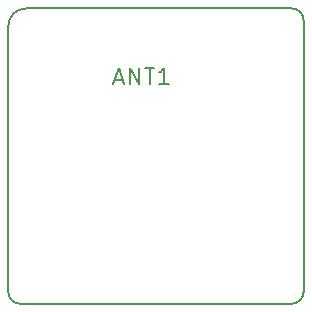
<source format=gto>
G04 #@! TF.GenerationSoftware,KiCad,Pcbnew,8.0.2*
G04 #@! TF.CreationDate,2024-05-17T12:17:18-06:00*
G04 #@! TF.ProjectId,Patch_Antenna,50617463-685f-4416-9e74-656e6e612e6b,rev?*
G04 #@! TF.SameCoordinates,Original*
G04 #@! TF.FileFunction,Legend,Top*
G04 #@! TF.FilePolarity,Positive*
%FSLAX46Y46*%
G04 Gerber Fmt 4.6, Leading zero omitted, Abs format (unit mm)*
G04 Created by KiCad (PCBNEW 8.0.2) date 2024-05-17 12:17:18*
%MOMM*%
%LPD*%
G01*
G04 APERTURE LIST*
G04 Aperture macros list*
%AMRoundRect*
0 Rectangle with rounded corners*
0 $1 Rounding radius*
0 $2 $3 $4 $5 $6 $7 $8 $9 X,Y pos of 4 corners*
0 Add a 4 corners polygon primitive as box body*
4,1,4,$2,$3,$4,$5,$6,$7,$8,$9,$2,$3,0*
0 Add four circle primitives for the rounded corners*
1,1,$1+$1,$2,$3*
1,1,$1+$1,$4,$5*
1,1,$1+$1,$6,$7*
1,1,$1+$1,$8,$9*
0 Add four rect primitives between the rounded corners*
20,1,$1+$1,$2,$3,$4,$5,0*
20,1,$1+$1,$4,$5,$6,$7,0*
20,1,$1+$1,$6,$7,$8,$9,0*
20,1,$1+$1,$8,$9,$2,$3,0*%
G04 Aperture macros list end*
%ADD10C,0.150000*%
%ADD11C,0.152400*%
%ADD12C,1.626400*%
%ADD13RoundRect,0.102000X0.500000X2.280000X-0.500000X2.280000X-0.500000X-2.280000X0.500000X-2.280000X0*%
G04 APERTURE END LIST*
D10*
X131528333Y-88525866D02*
X132195000Y-88525866D01*
X131395000Y-88925866D02*
X131861667Y-87525866D01*
X131861667Y-87525866D02*
X132328333Y-88925866D01*
X132795000Y-88925866D02*
X132795000Y-87525866D01*
X132795000Y-87525866D02*
X133595000Y-88925866D01*
X133595000Y-88925866D02*
X133595000Y-87525866D01*
X134061667Y-87525866D02*
X134861667Y-87525866D01*
X134461667Y-88925866D02*
X134461667Y-87525866D01*
X136061667Y-88925866D02*
X135261667Y-88925866D01*
X135661667Y-88925866D02*
X135661667Y-87525866D01*
X135661667Y-87525866D02*
X135528334Y-87725866D01*
X135528334Y-87725866D02*
X135395001Y-87859200D01*
X135395001Y-87859200D02*
X135261667Y-87925866D01*
D11*
X122500000Y-84000000D02*
X122500000Y-106500000D01*
X123500000Y-107500000D02*
X146500000Y-107500000D01*
X146500000Y-82500000D02*
X124000000Y-82500000D01*
X147500000Y-106500000D02*
X147500000Y-83500000D01*
X122500000Y-84000000D02*
G75*
G02*
X124000000Y-82500000I1500001J-1D01*
G01*
X123500000Y-107500000D02*
G75*
G02*
X122500000Y-106500000I-1J999999D01*
G01*
X146500000Y-82500000D02*
G75*
G02*
X147500000Y-83500000I0J-1000000D01*
G01*
X147500000Y-106500000D02*
G75*
G02*
X146500000Y-107500000I-1000000J0D01*
G01*
%LPC*%
D12*
X136750000Y-96750000D03*
D13*
X139519250Y-127741500D03*
X133979250Y-127741500D03*
%LPD*%
M02*

</source>
